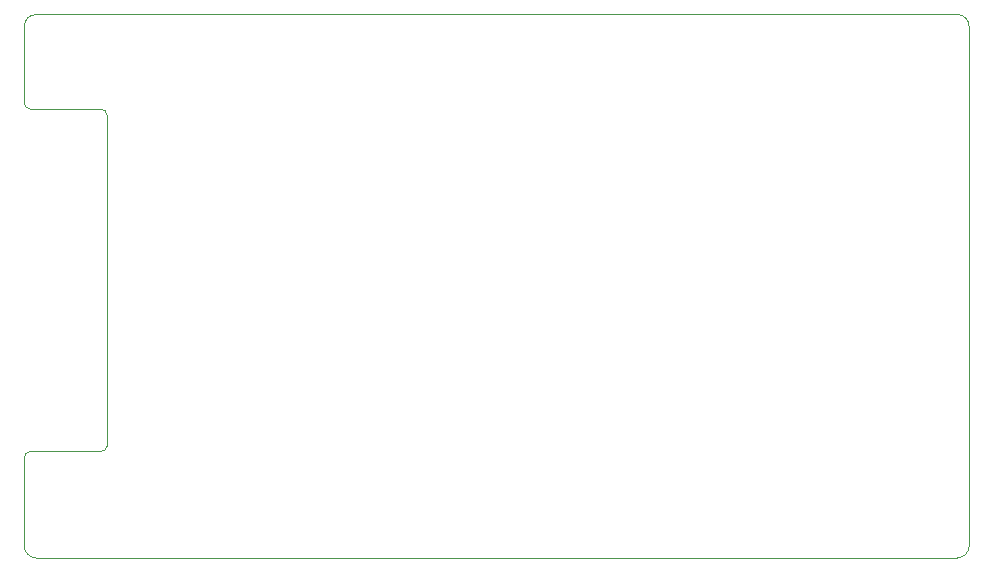
<source format=gbr>
%TF.GenerationSoftware,KiCad,Pcbnew,9.0.2*%
<<<<<<< HEAD
%TF.CreationDate,2025-06-18T20:52:38+02:00*%
=======
%TF.CreationDate,2025-06-17T18:05:03+02:00*%
>>>>>>> 2e23f7f8cb64151a60ec3d004f8241720292418e
%TF.ProjectId,Robobuoy-Top-v2_1,526f626f-6275-46f7-992d-546f702d7632,rev?*%
%TF.SameCoordinates,Original*%
%TF.FileFunction,Profile,NP*%
%FSLAX46Y46*%
G04 Gerber Fmt 4.6, Leading zero omitted, Abs format (unit mm)*
<<<<<<< HEAD
G04 Created by KiCad (PCBNEW 9.0.2) date 2025-06-18 20:52:38*
=======
G04 Created by KiCad (PCBNEW 9.0.2) date 2025-06-17 18:05:03*
>>>>>>> 2e23f7f8cb64151a60ec3d004f8241720292418e
%MOMM*%
%LPD*%
G01*
G04 APERTURE LIST*
%TA.AperFunction,Profile*%
%ADD10C,0.100000*%
%TD*%
G04 APERTURE END LIST*
D10*
X-37000000Y-14500000D02*
G75*
G02*
X-36500000Y-14000000I500000J0D01*
G01*
X-30500000Y15000000D02*
G75*
G02*
X-30000000Y14500000I0J-500000D01*
G01*
X-37000000Y22000000D02*
G75*
G02*
X-36000000Y23000000I1000000J0D01*
G01*
X-30000000Y-13500000D02*
G75*
G02*
X-30500000Y-14000000I-500000J0D01*
G01*
X43000000Y-22000000D02*
G75*
G02*
X42000000Y-23000000I-1000000J0D01*
G01*
X42000000Y-23000000D02*
X-36000000Y-23000000D01*
X-37000000Y15500000D02*
X-37000000Y22000000D01*
X-29997446Y-13500000D02*
X-30000000Y14500000D01*
X-36000000Y-23000000D02*
G75*
G02*
X-37000000Y-22000000I0J1000000D01*
G01*
X-36500000Y-14000000D02*
X-30500000Y-14000000D01*
X-36000000Y23000000D02*
X42000000Y23000000D01*
X-37000000Y-22000000D02*
X-37000000Y-14500000D01*
X42000000Y23000000D02*
G75*
G02*
X43000000Y22000000I0J-1000000D01*
G01*
X-30500000Y15000000D02*
X-36500000Y15000000D01*
X43000000Y22000000D02*
X43000000Y-22000000D01*
X-36500000Y15000000D02*
G75*
G02*
X-37000000Y15500000I0J500000D01*
G01*
M02*

</source>
